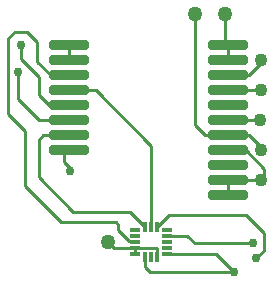
<source format=gtl>
G04 Layer_Physical_Order=1*
G04 Layer_Color=255*
%FSAX24Y24*%
%MOIN*%
G70*
G01*
G75*
%ADD10R,0.0320X0.0120*%
%ADD11R,0.0120X0.0320*%
G04:AMPARAMS|DCode=12|XSize=132mil|YSize=32mil|CornerRadius=8mil|HoleSize=0mil|Usage=FLASHONLY|Rotation=0.000|XOffset=0mil|YOffset=0mil|HoleType=Round|Shape=RoundedRectangle|*
%AMROUNDEDRECTD12*
21,1,0.1320,0.0160,0,0,0.0*
21,1,0.1160,0.0320,0,0,0.0*
1,1,0.0160,0.0580,-0.0080*
1,1,0.0160,-0.0580,-0.0080*
1,1,0.0160,-0.0580,0.0080*
1,1,0.0160,0.0580,0.0080*
%
%ADD12ROUNDEDRECTD12*%
%ADD13C,0.0100*%
%ADD14C,0.0433*%
%ADD15C,0.0300*%
%ADD16C,0.0500*%
D10*
X037486Y021254D02*
D03*
Y021454D02*
D03*
Y021654D02*
D03*
Y021851D02*
D03*
Y022048D02*
D03*
X036414D02*
D03*
Y021851D02*
D03*
Y021654D02*
D03*
Y021454D02*
D03*
Y021254D02*
D03*
D11*
X037151Y022156D02*
D03*
X036954D02*
D03*
X036754D02*
D03*
Y021144D02*
D03*
X036954D02*
D03*
X037151D02*
D03*
D12*
X034200Y028200D02*
D03*
Y027700D02*
D03*
Y027200D02*
D03*
Y025700D02*
D03*
Y026200D02*
D03*
Y026700D02*
D03*
Y025200D02*
D03*
Y024700D02*
D03*
X039500D02*
D03*
Y025200D02*
D03*
Y026700D02*
D03*
Y026200D02*
D03*
Y025700D02*
D03*
Y027200D02*
D03*
Y027700D02*
D03*
Y028200D02*
D03*
Y024200D02*
D03*
Y023700D02*
D03*
Y023200D02*
D03*
D13*
X035696Y021454D02*
X036414D01*
X035500Y021650D02*
X035696Y021454D01*
X034050Y024300D02*
X034250Y024100D01*
Y024000D02*
Y024100D01*
X034050Y024300D02*
Y024550D01*
X032500Y026400D02*
X033200Y025700D01*
X032500Y026400D02*
Y027300D01*
X036414Y021454D02*
X037151D01*
Y021144D02*
Y021454D01*
X040201Y027200D02*
X040700Y027699D01*
X039500Y027200D02*
X040201D01*
X039500Y026700D02*
X040699D01*
X039500Y025700D02*
X040686D01*
X040199Y025200D02*
X040700Y024699D01*
X039500Y025200D02*
X040199D01*
X034100Y027700D02*
Y027738D01*
X034200Y027700D02*
Y028200D01*
X039400Y028300D02*
Y029250D01*
X039500Y023700D02*
X040709D01*
X039500Y023200D02*
Y023700D01*
Y027700D02*
Y028200D01*
X040711Y023701D02*
Y024089D01*
X040100Y024700D02*
X040711Y024089D01*
X039500Y024700D02*
X040100D01*
X038750Y025200D02*
X039500D01*
X038400Y025550D02*
X038750Y025200D01*
X038400Y025550D02*
Y029250D01*
X036900Y020650D02*
X039700D01*
X036754Y020796D02*
X036900Y020650D01*
X036754Y020796D02*
Y021144D01*
X039096Y021254D02*
X039700Y020650D01*
X037486Y021254D02*
X039096D01*
X036414D02*
Y021454D01*
X035768Y022300D02*
X035850Y022218D01*
Y022025D02*
Y022218D01*
Y022025D02*
X036205Y021671D01*
X036397D02*
X036414Y021654D01*
X036205Y021671D02*
X036397D01*
X033950Y022300D02*
X035768D01*
X032750Y023500D02*
X033950Y022300D01*
X032800Y028650D02*
X033150Y028300D01*
X032400Y028650D02*
X032800D01*
X032180Y028430D02*
X032400Y028650D01*
X033150Y027650D02*
Y028300D01*
X032180Y025910D02*
Y028430D01*
X032750Y023500D02*
Y025340D01*
X032180Y025910D02*
X032750Y025340D01*
X032600Y027750D02*
X033200Y027150D01*
Y026550D02*
Y027150D01*
X032600Y027750D02*
Y028200D01*
X037151Y022156D02*
X037545Y022550D01*
X040100D01*
X040700Y021950D01*
Y021350D02*
Y021950D01*
X040450Y021100D02*
X040700Y021350D01*
X037486Y021851D02*
X038149D01*
X038400Y021600D01*
X040350D01*
X033200Y025700D02*
X034200D01*
X033200Y026550D02*
X033550Y026200D01*
X034200D01*
X033150Y027650D02*
X033600Y027200D01*
X034200D01*
X033200Y025050D02*
X033350Y025200D01*
X033200Y023800D02*
Y025050D01*
Y023800D02*
X034350Y022650D01*
X036954Y022156D02*
Y024846D01*
X035100Y026700D02*
X036954Y024846D01*
X034200Y026700D02*
X035100D01*
X036260Y022650D02*
X036754Y022156D01*
X034350Y022650D02*
X036260D01*
X033350Y025200D02*
X034200D01*
D14*
X040600Y024699D02*
D03*
X040589Y025696D02*
D03*
X040600Y026699D02*
D03*
Y027699D02*
D03*
X040611Y023701D02*
D03*
D15*
X034250Y024000D02*
D03*
X032500Y027300D02*
D03*
X039700Y020650D02*
D03*
X032600Y028200D02*
D03*
X040450Y021100D02*
D03*
X040350Y021600D02*
D03*
D16*
X039400Y029250D02*
D03*
X038400D02*
D03*
X035500Y021650D02*
D03*
M02*

</source>
